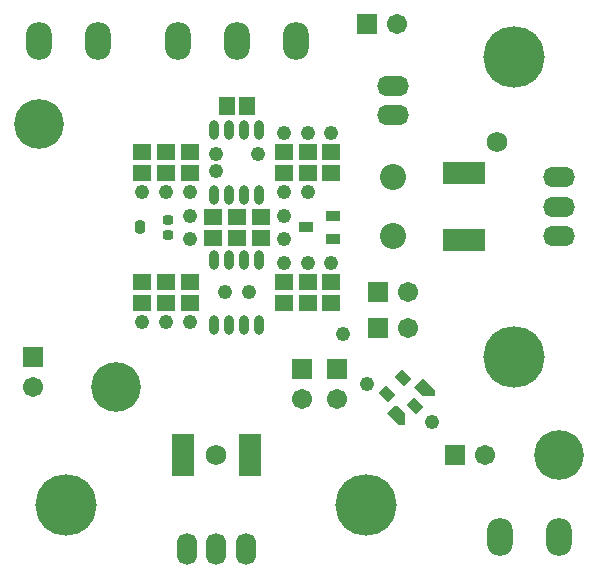
<source format=gts>
%FSLAX25Y25*%
%MOIN*%
G70*
G01*
G75*
G04 Layer_Color=8388736*
%ADD10R,0.04528X0.05315*%
G04:AMPARAMS|DCode=11|XSize=35.43mil|YSize=27.56mil|CornerRadius=6.89mil|HoleSize=0mil|Usage=FLASHONLY|Rotation=90.000|XOffset=0mil|YOffset=0mil|HoleType=Round|Shape=RoundedRectangle|*
%AMROUNDEDRECTD11*
21,1,0.03543,0.01378,0,0,90.0*
21,1,0.02165,0.02756,0,0,90.0*
1,1,0.01378,0.00689,0.01083*
1,1,0.01378,0.00689,-0.01083*
1,1,0.01378,-0.00689,-0.01083*
1,1,0.01378,-0.00689,0.01083*
%
%ADD11ROUNDEDRECTD11*%
G04:AMPARAMS|DCode=12|XSize=23.62mil|YSize=27.56mil|CornerRadius=5.91mil|HoleSize=0mil|Usage=FLASHONLY|Rotation=90.000|XOffset=0mil|YOffset=0mil|HoleType=Round|Shape=RoundedRectangle|*
%AMROUNDEDRECTD12*
21,1,0.02362,0.01575,0,0,90.0*
21,1,0.01181,0.02756,0,0,90.0*
1,1,0.01181,0.00787,0.00591*
1,1,0.01181,0.00787,-0.00591*
1,1,0.01181,-0.00787,-0.00591*
1,1,0.01181,-0.00787,0.00591*
%
%ADD12ROUNDEDRECTD12*%
%ADD13R,0.05315X0.04528*%
%ADD14R,0.03740X0.02559*%
G04:AMPARAMS|DCode=15|XSize=25.59mil|YSize=37.4mil|CornerRadius=0mil|HoleSize=0mil|Usage=FLASHONLY|Rotation=45.000|XOffset=0mil|YOffset=0mil|HoleType=Round|Shape=Rectangle|*
%AMROTATEDRECTD15*
4,1,4,0.00418,-0.02227,-0.02227,0.00418,-0.00418,0.02227,0.02227,-0.00418,0.00418,-0.02227,0.0*
%
%ADD15ROTATEDRECTD15*%

%ADD16O,0.02362X0.05709*%
%ADD17R,0.05512X0.04528*%
%ADD18R,0.06496X0.13386*%
%ADD19R,0.13386X0.06496*%
%ADD20C,0.03000*%
%ADD21C,0.02000*%
%ADD22C,0.02500*%
%ADD23C,0.05000*%
%ADD24C,0.15748*%
%ADD25O,0.07874X0.11811*%
%ADD26C,0.05906*%
%ADD27R,0.05906X0.05906*%
%ADD28O,0.05906X0.09843*%
%ADD29O,0.09843X0.05906*%
%ADD30C,0.07874*%
%ADD31R,0.05906X0.05906*%
%ADD32C,0.19685*%
%ADD33C,0.04000*%
%ADD34C,0.06000*%
%ADD35C,0.01969*%
%ADD36C,0.00984*%
%ADD37C,0.01000*%
%ADD38C,0.02362*%
%ADD39C,0.00787*%
%ADD40R,0.05328X0.06115*%
G04:AMPARAMS|DCode=41|XSize=43.43mil|YSize=35.56mil|CornerRadius=10.89mil|HoleSize=0mil|Usage=FLASHONLY|Rotation=90.000|XOffset=0mil|YOffset=0mil|HoleType=Round|Shape=RoundedRectangle|*
%AMROUNDEDRECTD41*
21,1,0.04343,0.01378,0,0,90.0*
21,1,0.02165,0.03556,0,0,90.0*
1,1,0.02178,0.00689,0.01083*
1,1,0.02178,0.00689,-0.01083*
1,1,0.02178,-0.00689,-0.01083*
1,1,0.02178,-0.00689,0.01083*
%
%ADD41ROUNDEDRECTD41*%
G04:AMPARAMS|DCode=42|XSize=31.62mil|YSize=35.56mil|CornerRadius=9.91mil|HoleSize=0mil|Usage=FLASHONLY|Rotation=90.000|XOffset=0mil|YOffset=0mil|HoleType=Round|Shape=RoundedRectangle|*
%AMROUNDEDRECTD42*
21,1,0.03162,0.01575,0,0,90.0*
21,1,0.01181,0.03556,0,0,90.0*
1,1,0.01981,0.00787,0.00591*
1,1,0.01981,0.00787,-0.00591*
1,1,0.01981,-0.00787,-0.00591*
1,1,0.01981,-0.00787,0.00591*
%
%ADD42ROUNDEDRECTD42*%
%ADD43R,0.06115X0.05328*%
%ADD44R,0.04540X0.03359*%
G04:AMPARAMS|DCode=45|XSize=33.59mil|YSize=45.4mil|CornerRadius=0mil|HoleSize=0mil|Usage=FLASHONLY|Rotation=45.000|XOffset=0mil|YOffset=0mil|HoleType=Round|Shape=Rectangle|*
%AMROTATEDRECTD45*
4,1,4,0.00418,-0.02793,-0.02793,0.00418,-0.00418,0.02793,0.02793,-0.00418,0.00418,-0.02793,0.0*
%
%ADD45ROTATEDRECTD45*%

%ADD46O,0.03162X0.06509*%
%ADD47R,0.06312X0.05328*%
%ADD48R,0.07296X0.14186*%
%ADD49R,0.14186X0.07296*%
%ADD50C,0.16548*%
%ADD51O,0.08674X0.12611*%
%ADD52C,0.06706*%
%ADD53R,0.06706X0.06706*%
%ADD54O,0.06706X0.10642*%
%ADD55O,0.10642X0.06706*%
%ADD56C,0.08674*%
%ADD57R,0.06706X0.06706*%
%ADD58C,0.20485*%
%ADD59C,0.04800*%
%ADD60C,0.06800*%
G36*
X133858Y57087D02*
Y53150D01*
X131890D01*
X127953Y57087D01*
X130506Y59639D01*
X131306D01*
X133858Y57087D01*
D02*
G37*
G36*
X143701Y64961D02*
Y62992D01*
X139764D01*
X136811Y65945D01*
X136811D01*
X139764Y68898D01*
X143701Y64961D01*
D02*
G37*
D40*
X74311Y159449D02*
D03*
X81201D02*
D03*
D41*
X45472Y119095D02*
D03*
D42*
X54921Y116535D02*
D03*
Y121653D02*
D03*
D43*
X85630Y115650D02*
D03*
Y122539D02*
D03*
X69882Y115650D02*
D03*
Y122539D02*
D03*
X77756Y115650D02*
D03*
Y122539D02*
D03*
D44*
X100689Y119095D02*
D03*
X109941Y115354D02*
D03*
Y122835D02*
D03*
D45*
X127943Y63619D02*
D03*
X133232Y68908D02*
D03*
X137129Y59721D02*
D03*
D46*
X70256Y86713D02*
D03*
X75256D02*
D03*
X70256Y108169D02*
D03*
X85256Y86713D02*
D03*
X80256D02*
D03*
X75256Y108169D02*
D03*
X80256D02*
D03*
X85256D02*
D03*
X70256Y130020D02*
D03*
Y151476D02*
D03*
X75256D02*
D03*
X85256Y130020D02*
D03*
X75256D02*
D03*
X80256D02*
D03*
Y151476D02*
D03*
X85256D02*
D03*
D47*
X46260Y93996D02*
D03*
Y100886D02*
D03*
X109252Y93996D02*
D03*
Y100886D02*
D03*
X46260Y137303D02*
D03*
Y144193D02*
D03*
X109252Y137303D02*
D03*
Y144193D02*
D03*
X54134Y93996D02*
D03*
Y100886D02*
D03*
X101378Y93996D02*
D03*
Y100886D02*
D03*
X54134Y137303D02*
D03*
Y144193D02*
D03*
X101378Y137303D02*
D03*
Y144193D02*
D03*
X62008Y93996D02*
D03*
Y100886D02*
D03*
X93504Y93996D02*
D03*
Y100886D02*
D03*
X62008Y137303D02*
D03*
Y144193D02*
D03*
X93504Y137303D02*
D03*
Y144193D02*
D03*
D48*
X59744Y43307D02*
D03*
X81988D02*
D03*
D49*
X153543Y114862D02*
D03*
Y137106D02*
D03*
D50*
X11811Y153543D02*
D03*
X185039Y43307D02*
D03*
X37402Y65945D02*
D03*
D51*
X31496Y181102D02*
D03*
X11811D02*
D03*
X77756Y181102D02*
D03*
X97441D02*
D03*
X58071D02*
D03*
X165354Y15748D02*
D03*
X185039D02*
D03*
D52*
X160512Y43307D02*
D03*
X130984Y187008D02*
D03*
X111221Y61929D02*
D03*
X134921Y85630D02*
D03*
X9843Y65866D02*
D03*
X99410Y61929D02*
D03*
X134921Y97441D02*
D03*
D53*
X150512Y43307D02*
D03*
X120984Y187008D02*
D03*
X124921Y85630D02*
D03*
Y97441D02*
D03*
D54*
X61024Y11811D02*
D03*
X70866D02*
D03*
X80709D02*
D03*
D55*
X185039Y116142D02*
D03*
Y125984D02*
D03*
Y135827D02*
D03*
X129921Y156496D02*
D03*
Y166339D02*
D03*
D56*
Y116142D02*
D03*
Y135827D02*
D03*
D57*
X111221Y71929D02*
D03*
X9843Y75866D02*
D03*
X99410Y71929D02*
D03*
D58*
X170276Y175984D02*
D03*
Y75984D02*
D03*
X20866Y26575D02*
D03*
X120866D02*
D03*
D59*
X70866Y143701D02*
D03*
X46260Y130905D02*
D03*
X54134D02*
D03*
X62008D02*
D03*
X93504Y150591D02*
D03*
X101378D02*
D03*
X46260Y87598D02*
D03*
X54134D02*
D03*
X62008D02*
D03*
X93504Y107283D02*
D03*
X101378D02*
D03*
X109252D02*
D03*
X93504Y115157D02*
D03*
X73819Y97441D02*
D03*
X81693D02*
D03*
X109252Y150591D02*
D03*
X121063Y66929D02*
D03*
X142717Y54134D02*
D03*
X62008Y115157D02*
D03*
X62008Y123031D02*
D03*
X113189Y83661D02*
D03*
X101378Y130905D02*
D03*
X93504D02*
D03*
Y123031D02*
D03*
X70866Y137795D02*
D03*
X84646Y143701D02*
D03*
D60*
X70866Y43307D02*
D03*
X164370Y147638D02*
D03*
M02*

</source>
